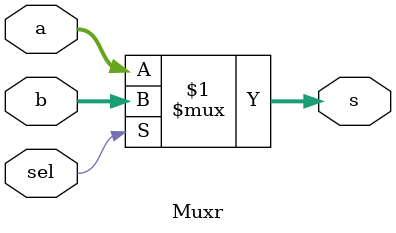
<source format=sv>
module Muxr #(parameter bus = 32) (input logic [bus-1:0] a,b,input sel,output logic [bus-1:0] s);


	assign s = sel? b:a;

endmodule


</source>
